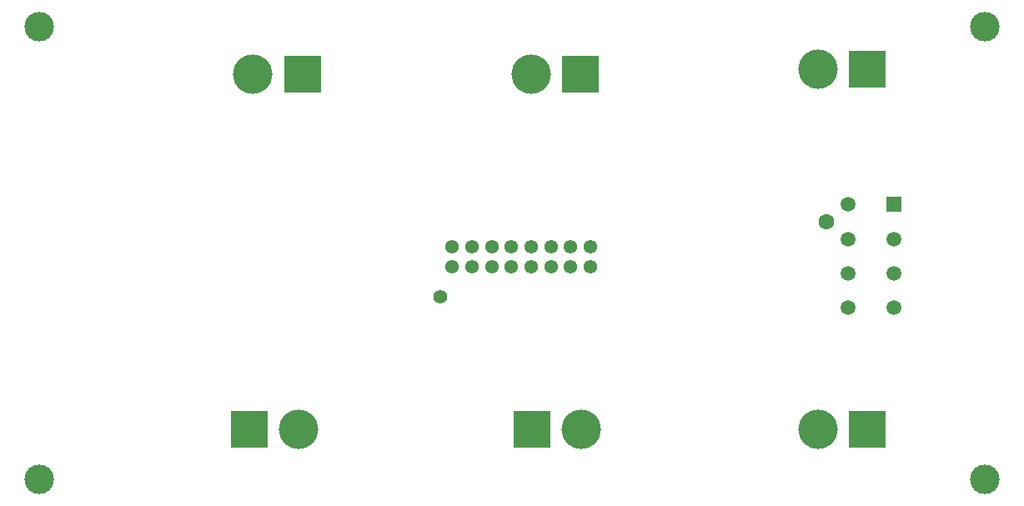
<source format=gbs>
G04 #@! TF.GenerationSoftware,KiCad,Pcbnew,8.0.4*
G04 #@! TF.CreationDate,2025-03-20T14:50:27-05:00*
G04 #@! TF.ProjectId,Turret,54757272-6574-42e6-9b69-6361645f7063,rev?*
G04 #@! TF.SameCoordinates,Original*
G04 #@! TF.FileFunction,Soldermask,Bot*
G04 #@! TF.FilePolarity,Negative*
%FSLAX46Y46*%
G04 Gerber Fmt 4.6, Leading zero omitted, Abs format (unit mm)*
G04 Created by KiCad (PCBNEW 8.0.4) date 2025-03-20 14:50:27*
%MOMM*%
%LPD*%
G01*
G04 APERTURE LIST*
%ADD10C,1.600000*%
%ADD11R,1.520000X1.520000*%
%ADD12C,1.520000*%
%ADD13R,3.800000X3.800000*%
%ADD14C,4.000000*%
%ADD15C,3.000000*%
%ADD16C,1.400000*%
%ADD17C,1.381000*%
G04 APERTURE END LIST*
D10*
X124370000Y-57950001D03*
D11*
X131200000Y-56200001D03*
D12*
X131200000Y-59700001D03*
X131200000Y-63200001D03*
X131200000Y-66700001D03*
X126600000Y-56200001D03*
X126600000Y-59700001D03*
X126600000Y-63200001D03*
X126600000Y-66700001D03*
D13*
X71167000Y-42926000D03*
D14*
X66167000Y-42926000D03*
D15*
X44450000Y-38100000D03*
D13*
X128500000Y-42500000D03*
D14*
X123500000Y-42500000D03*
D13*
X99441000Y-42926000D03*
D14*
X94441000Y-42926000D03*
D15*
X140450000Y-38100000D03*
X140450000Y-84100000D03*
D13*
X128500000Y-79000000D03*
D14*
X123500000Y-79000000D03*
D13*
X65750000Y-78994000D03*
D14*
X70750000Y-78994000D03*
D13*
X94500000Y-78994000D03*
D14*
X99500000Y-78994000D03*
D16*
X85200000Y-65550000D03*
D17*
X86400000Y-60500000D03*
X86400000Y-62500000D03*
X88400000Y-60500000D03*
X88400000Y-62500000D03*
X90400000Y-60500000D03*
X90400000Y-62500000D03*
X92400000Y-60500000D03*
X92400000Y-62500000D03*
X94400000Y-60500000D03*
X94400000Y-62500000D03*
X96400000Y-60500000D03*
X96400000Y-62500000D03*
X98400000Y-60500000D03*
X98400000Y-62500000D03*
X100400000Y-60500000D03*
X100400000Y-62500000D03*
D15*
X44450000Y-84100000D03*
M02*

</source>
